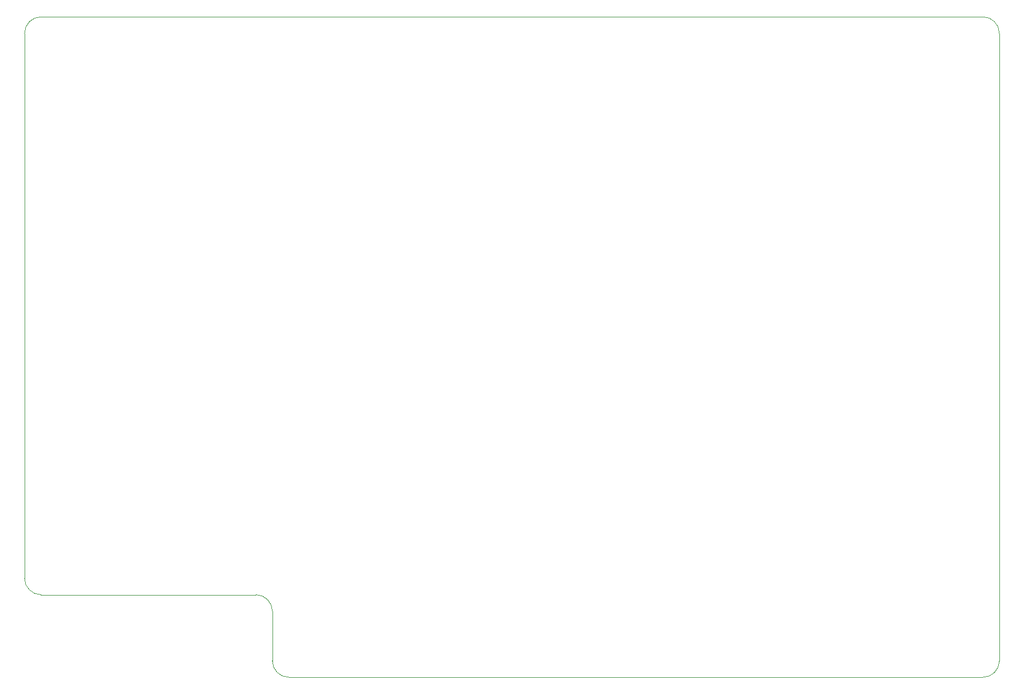
<source format=gm1>
G04 #@! TF.GenerationSoftware,KiCad,Pcbnew,(5.1.10)-1*
G04 #@! TF.CreationDate,2021-07-30T10:33:10+01:00*
G04 #@! TF.ProjectId,GfxV9958,47667856-3939-4353-982e-6b696361645f,rev?*
G04 #@! TF.SameCoordinates,Original*
G04 #@! TF.FileFunction,Profile,NP*
%FSLAX46Y46*%
G04 Gerber Fmt 4.6, Leading zero omitted, Abs format (unit mm)*
G04 Created by KiCad (PCBNEW (5.1.10)-1) date 2021-07-30 10:33:10*
%MOMM*%
%LPD*%
G01*
G04 APERTURE LIST*
G04 #@! TA.AperFunction,Profile*
%ADD10C,0.050000*%
G04 #@! TD*
G04 APERTURE END LIST*
D10*
X200000000Y-112500000D02*
X200000000Y-107500000D01*
X200000000Y-107500000D02*
X200000000Y-52500000D01*
X200000000Y-147500000D02*
X200000000Y-112500000D01*
X52500000Y-132500000D02*
X52500000Y-135000000D01*
X197500000Y-50000000D02*
G75*
G02*
X200000000Y-52500000I0J-2500000D01*
G01*
X52500000Y-52500000D02*
G75*
G02*
X55000000Y-50000000I2500000J0D01*
G01*
X55000000Y-137500000D02*
G75*
G02*
X52500000Y-135000000I0J2500000D01*
G01*
X87500000Y-137500000D02*
G75*
G02*
X90000000Y-140000000I0J-2500000D01*
G01*
X92500000Y-150000000D02*
G75*
G02*
X90000000Y-147500000I0J2500000D01*
G01*
X200000000Y-147500000D02*
G75*
G02*
X197500000Y-150000000I-2500000J0D01*
G01*
X55000000Y-50000000D02*
X197500000Y-50000000D01*
X52500000Y-132500000D02*
X52500000Y-52500000D01*
X87500000Y-137500000D02*
X55000000Y-137500000D01*
X90000000Y-147500000D02*
X90000000Y-140000000D01*
X197500000Y-150000000D02*
X92500000Y-150000000D01*
M02*

</source>
